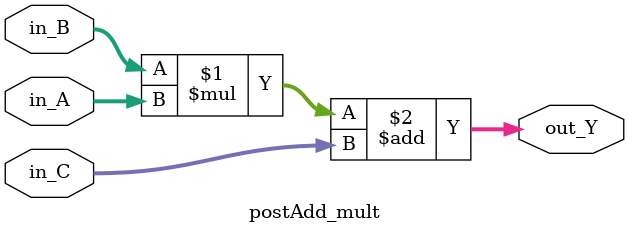
<source format=v>
/*
ISC License

Copyright (C) 2024 Microchip Technology Inc. and its subsidiaries

Permission to use, copy, modify, and/or distribute this software for any
purpose with or without fee is hereby granted, provided that the above
copyright notice and this permission notice appear in all copies.

THE SOFTWARE IS PROVIDED "AS IS" AND THE AUTHOR DISCLAIMS ALL WARRANTIES
WITH REGARD TO THIS SOFTWARE INCLUDING ALL IMPLIED WARRANTIES OF
MERCHANTABILITY AND FITNESS. IN NO EVENT SHALL THE AUTHOR BE LIABLE FOR
ANY SPECIAL, DIRECT, INDIRECT, OR CONSEQUENTIAL DAMAGES OR ANY DAMAGES
WHATSOEVER RESULTING FROM LOSS OF USE, DATA OR PROFITS, WHETHER IN AN
ACTION OF CONTRACT, NEGLIGENCE OR OTHER TORTIOUS ACTION, ARISING OUT OF
OR IN CONNECTION WITH THE USE OR PERFORMANCE OF THIS SOFTWARE.
*/

module postAdd_mult(
	input signed[17:0] in_A,
	input signed [17:0] in_B,
	input signed [17:0] in_C,

	output signed [35:0] out_Y
);

assign out_Y = (in_B*in_A)+in_C;


endmodule
</source>
